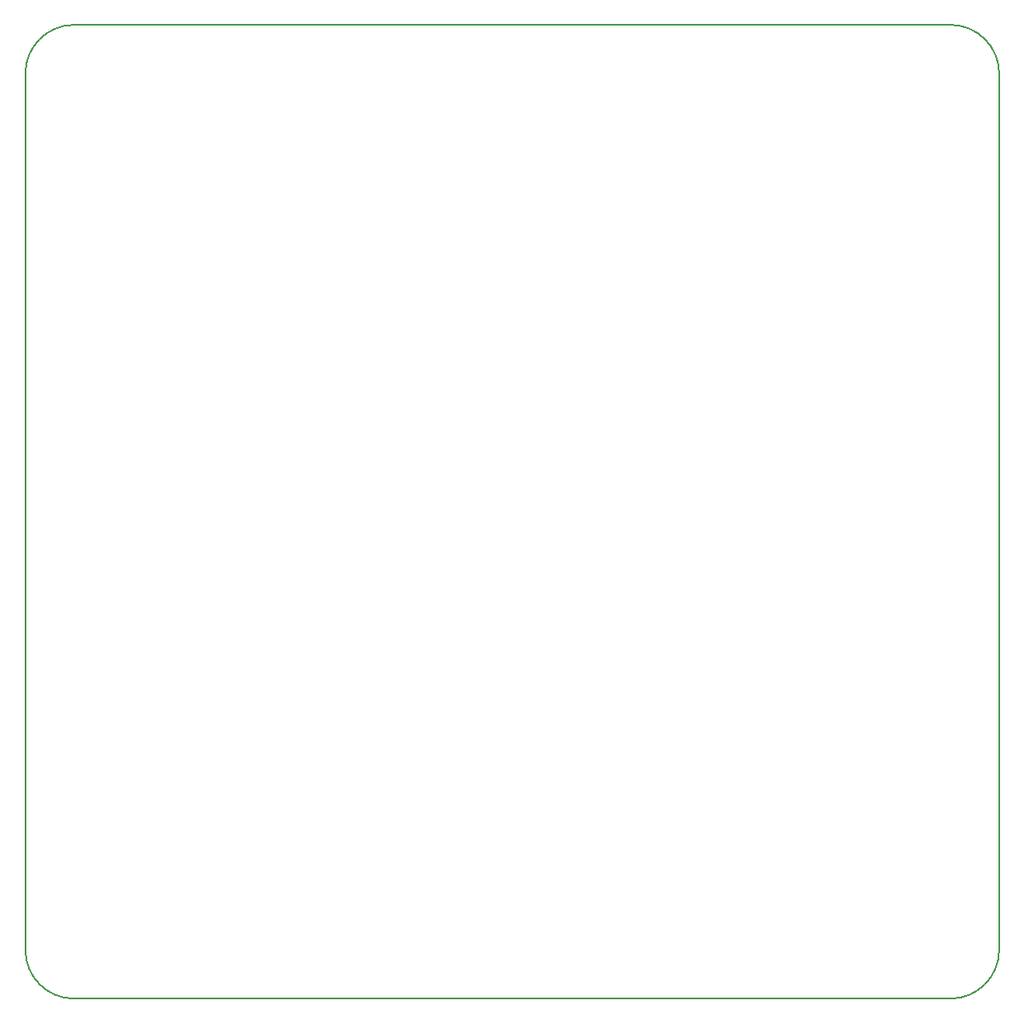
<source format=gbr>
G04 #@! TF.GenerationSoftware,KiCad,Pcbnew,(5.1.5)-3*
G04 #@! TF.CreationDate,2020-05-05T12:11:31+02:00*
G04 #@! TF.ProjectId,led_board,6c65645f-626f-4617-9264-2e6b69636164,rev?*
G04 #@! TF.SameCoordinates,Original*
G04 #@! TF.FileFunction,Profile,NP*
%FSLAX46Y46*%
G04 Gerber Fmt 4.6, Leading zero omitted, Abs format (unit mm)*
G04 Created by KiCad (PCBNEW (5.1.5)-3) date 2020-05-05 12:11:31*
%MOMM*%
%LPD*%
G04 APERTURE LIST*
%ADD10C,0.200000*%
G04 APERTURE END LIST*
D10*
X205000000Y-159980000D02*
G75*
G02X200000000Y-154980000I0J5000000D01*
G01*
X200000000Y-64980000D02*
X200000000Y-154980000D01*
X300000000Y-154980000D02*
X300000000Y-64980000D01*
X200000000Y-64980000D02*
G75*
G02X205000000Y-59980000I5000000J0D01*
G01*
X295000000Y-59980000D02*
X205000000Y-59980000D01*
X294999999Y-59980001D02*
G75*
G02X300000000Y-64980000I1J-5000000D01*
G01*
X205000000Y-159980000D02*
X295000000Y-159980000D01*
X300000000Y-154980000D02*
G75*
G02X295000000Y-159980000I-5000000J0D01*
G01*
M02*

</source>
